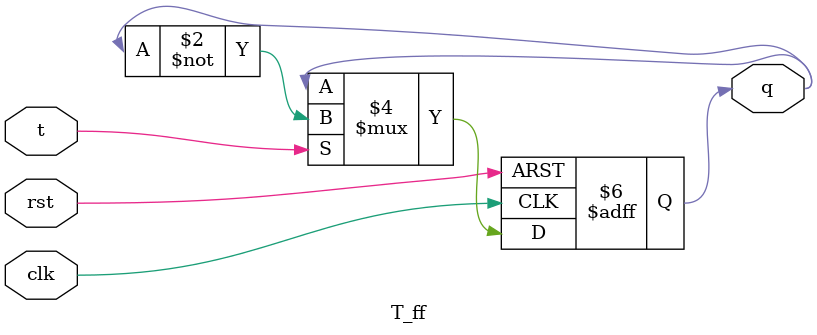
<source format=v>
module SR_USING_JK_T(
input s,r,clk,rst,
output q_jk,q_t
);
   wire w1,w2,w3;
   
   jk ff1(s,r,clk,rst,q_jk);
   
   assign w1 = r&q_t;
   assign w2 = ~q_t&s;
   assign w3 = w1 | w2;
   T_ff ff2(w3,clk,rst,q_t);
   

  
endmodule

module jk(
input j,k,clk,rst,
output reg q
);

always@(posedge clk or posedge rst)
begin
if (rst)
q<=0;
else 
	begin
		case({j,k})
		2'b00:q<=q;
		2'b01:q<=0;
		2'b10:q<=1;
		2'b11:q<=~q;
		endcase
	end
end
endmodule



module T_ff(
input t,clk,rst,
output reg q);

always@(posedge clk or posedge rst)
begin
if(rst)
q<=1'b0;
else 
begin
   if(t)
    q<=~q;
   else
    q<=q;
    end
end
endmodule




</source>
